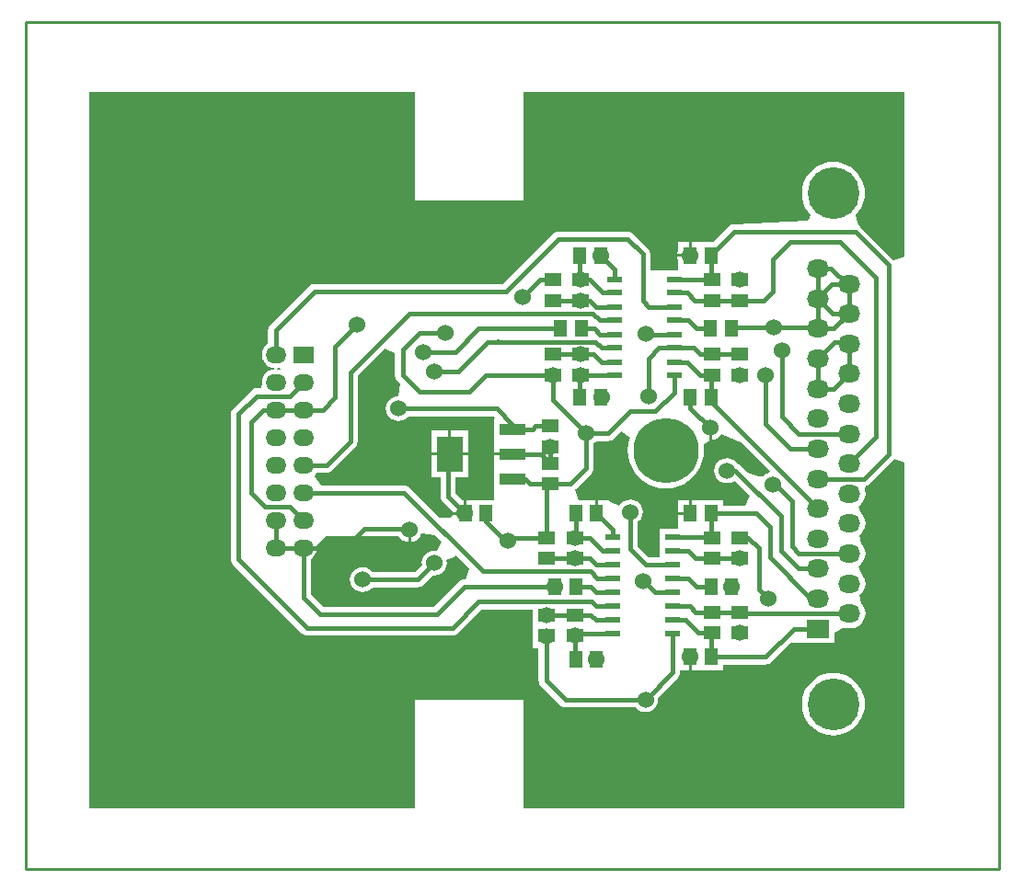
<source format=gtl>
%FSLAX44Y44*%
%MOMM*%
G71*
G01*
G75*
G04 Layer_Physical_Order=1*
G04 Layer_Color=255*
%ADD10R,1.5000X1.3000*%
%ADD11R,1.3000X1.5000*%
%ADD12R,1.4300X0.5512*%
%ADD13R,2.4000X3.3000*%
%ADD14R,2.4000X1.0000*%
%ADD15C,0.3810*%
%ADD16C,0.2540*%
%ADD17R,1.9050X1.5240*%
%ADD18O,1.9050X1.5240*%
%ADD19O,2.0320X1.6900*%
%ADD20R,2.0320X1.6900*%
%ADD21C,4.7600*%
%ADD22C,6.0000*%
%ADD23C,1.5240*%
G36*
X1757070Y339239D02*
X1758339Y339072D01*
X1752086Y335492D01*
X1752086D01*
X1752086Y335492D01*
X1752518Y330000D01*
X1752086Y324508D01*
X1750800Y319151D01*
X1748692Y314061D01*
X1745813Y309364D01*
X1742235Y305175D01*
X1738046Y301597D01*
X1733349Y298718D01*
X1728259Y296610D01*
X1722902Y295324D01*
X1717410Y294892D01*
X1711918Y295324D01*
X1706561Y296610D01*
X1701471Y298718D01*
X1696774Y301597D01*
X1692585Y305175D01*
X1689007Y309364D01*
X1686128Y314061D01*
X1684020Y319151D01*
X1682734Y324508D01*
X1682302Y330000D01*
X1682734Y335492D01*
X1684020Y340849D01*
X1684396Y341756D01*
X1676081Y347312D01*
X1669285Y340515D01*
X1667842Y339408D01*
X1666163Y338713D01*
X1664360Y338475D01*
X1653002D01*
X1652135Y337345D01*
X1651005Y336478D01*
Y313690D01*
X1651005Y313690D01*
X1651005D01*
X1650767Y311887D01*
X1650072Y310208D01*
X1648965Y308765D01*
X1634385Y294185D01*
X1633817Y293749D01*
X1637031Y284280D01*
X1652270D01*
Y271777D01*
X1654810D01*
Y284280D01*
X1665040D01*
Y282803D01*
X1674766Y278774D01*
X1676585Y281145D01*
X1678956Y282964D01*
X1681717Y284108D01*
X1684680Y284498D01*
X1687643Y284108D01*
X1690404Y282964D01*
X1692775Y281145D01*
X1694594Y278774D01*
X1695738Y276013D01*
X1696128Y273050D01*
X1695738Y270087D01*
X1694594Y267326D01*
X1692775Y264955D01*
X1691645Y264088D01*
Y241645D01*
X1701688Y231602D01*
X1711526D01*
Y242281D01*
Y257793D01*
X1728450D01*
Y259280D01*
X1728450D01*
Y270510D01*
X1739953D01*
Y271777D01*
X1741220D01*
Y284280D01*
X1770450D01*
Y278745D01*
X1790690D01*
X1794517Y287983D01*
X1780413Y302087D01*
X1779304Y301236D01*
X1776543Y300092D01*
X1773580Y299702D01*
X1770617Y300092D01*
X1767856Y301236D01*
X1765485Y303055D01*
X1763666Y305426D01*
X1762522Y308187D01*
X1762132Y311150D01*
X1762522Y314113D01*
X1763666Y316874D01*
X1765485Y319245D01*
X1767856Y321064D01*
X1770617Y322208D01*
X1773580Y322598D01*
X1776543Y322208D01*
X1779304Y321064D01*
X1781675Y319245D01*
X1782693Y317918D01*
X1783003Y317877D01*
X1783495Y317673D01*
X1784682Y317181D01*
X1786125Y316075D01*
X1792686Y309513D01*
X1802123Y305604D01*
X1806914Y305918D01*
X1807395Y306545D01*
X1809766Y308364D01*
X1812527Y309508D01*
X1812980Y310841D01*
X1786640Y337180D01*
X1768254Y344796D01*
X1766435Y342425D01*
X1764064Y340606D01*
X1761303Y339462D01*
X1759610Y339239D01*
Y350522D01*
X1757070D01*
Y339239D01*
D02*
G37*
G36*
X1480210Y245259D02*
X1478517Y245482D01*
X1475756Y246626D01*
X1473385Y248445D01*
X1471566Y250816D01*
X1471554Y250845D01*
X1404355D01*
X1395977Y242467D01*
X1396131Y241300D01*
X1383687D01*
Y238760D01*
X1396131D01*
X1395868Y236767D01*
X1394609Y233726D01*
X1392605Y231115D01*
X1390655Y229618D01*
Y197195D01*
X1401815Y186035D01*
X1503995D01*
X1527355Y209395D01*
X1528798Y210501D01*
X1530477Y211197D01*
X1532280Y211435D01*
X1532880D01*
X1536707Y220673D01*
X1524562Y232819D01*
X1522107Y231802D01*
X1515463Y228526D01*
X1515788Y226060D01*
X1515398Y223097D01*
X1514254Y220336D01*
X1512435Y217965D01*
X1510064Y216146D01*
X1507303Y215002D01*
X1504340Y214612D01*
X1502927Y214798D01*
X1494025Y205895D01*
X1494025D01*
X1494025Y205895D01*
X1494025Y205895D01*
Y205895D01*
X1492582Y204788D01*
X1490903Y204093D01*
X1489100Y203855D01*
X1447262D01*
X1446395Y202725D01*
X1444024Y200906D01*
X1441263Y199762D01*
X1438300Y199372D01*
X1435337Y199762D01*
X1432576Y200906D01*
X1430205Y202725D01*
X1428386Y205096D01*
X1427242Y207857D01*
X1426852Y210820D01*
X1427242Y213783D01*
X1428386Y216544D01*
X1430205Y218915D01*
X1432576Y220734D01*
X1435337Y221878D01*
X1438300Y222268D01*
X1441263Y221878D01*
X1444024Y220734D01*
X1446395Y218915D01*
X1447262Y217785D01*
X1486215D01*
X1493078Y224647D01*
X1492892Y226060D01*
X1493282Y229023D01*
X1494426Y231784D01*
X1496245Y234155D01*
X1498616Y235974D01*
X1501377Y237118D01*
X1504340Y237508D01*
X1506806Y237183D01*
X1510082Y243827D01*
X1511099Y246282D01*
X1505511Y251869D01*
X1493506Y253450D01*
X1492393Y253228D01*
X1491394Y250816D01*
X1489575Y248445D01*
X1487204Y246626D01*
X1484443Y245482D01*
X1482750Y245259D01*
Y256542D01*
X1480210D01*
Y245259D01*
D02*
G37*
G36*
X1433835Y398435D02*
Y337820D01*
X1433835Y337820D01*
X1433835D01*
X1433597Y336017D01*
X1432901Y334338D01*
X1431795Y332895D01*
X1410205Y311305D01*
X1408762Y310198D01*
X1407083Y309503D01*
X1405280Y309265D01*
X1405280Y309265D01*
X1395753D01*
X1394618Y305923D01*
X1400443Y297795D01*
X1476400D01*
X1478203Y297557D01*
X1479882Y296861D01*
X1481325Y295755D01*
X1508788Y268291D01*
X1519082Y268291D01*
X1521157Y269314D01*
X1520999Y270510D01*
X1532283D01*
Y271777D01*
X1534210D01*
Y284280D01*
X1559520D01*
Y293390D01*
X1559520D01*
Y313390D01*
D01*
Y313390D01*
X1559520Y313390D01*
Y316390D01*
X1559520D01*
Y325120D01*
X1576523D01*
Y327660D01*
X1559520D01*
Y336390D01*
D01*
Y336390D01*
X1559520Y336390D01*
Y339390D01*
X1559520D01*
Y359390D01*
X1559520Y359390D01*
X1559520D01*
X1559822Y360119D01*
X1558605Y361335D01*
X1480282D01*
X1479415Y360205D01*
X1477044Y358386D01*
X1474283Y357242D01*
X1471320Y356852D01*
X1468357Y357242D01*
X1465596Y358386D01*
X1463225Y360205D01*
X1461406Y362576D01*
X1460262Y365337D01*
X1459872Y368300D01*
X1460262Y371263D01*
X1461406Y374024D01*
X1463225Y376395D01*
X1465596Y378214D01*
X1468357Y379358D01*
X1471320Y379748D01*
X1472832Y391229D01*
X1470205Y393855D01*
X1469099Y395298D01*
X1468403Y396977D01*
X1468165Y398780D01*
X1468165Y398780D01*
X1468165Y398780D01*
Y398780D01*
Y419700D01*
X1458927Y423527D01*
X1433835Y398435D01*
D02*
G37*
G36*
X1186709Y255D02*
X1486709D01*
Y100254D01*
X1586710D01*
Y255D01*
X1936709D01*
Y318440D01*
X1927240Y321655D01*
X1927095Y321465D01*
X1904565Y298935D01*
X1903122Y297829D01*
X1901443Y297133D01*
D01*
X1900634Y293566D01*
X1901096Y290055D01*
X1900634Y286544D01*
X1899279Y283272D01*
X1897123Y280462D01*
X1894313Y278307D01*
X1894313Y278307D01*
D01*
X1897123Y272038D01*
X1897123Y272038D01*
X1897123D01*
X1899279Y269228D01*
X1900634Y265956D01*
X1901096Y262445D01*
X1900634Y258934D01*
X1899279Y255662D01*
X1897123Y252852D01*
X1895511Y251616D01*
D01*
X1895511D01*
X1895511Y251616D01*
X1895511D01*
X1895511D01*
Y251615D01*
X1897123Y244428D01*
X1899279Y241618D01*
X1900634Y238346D01*
X1901096Y234835D01*
X1900634Y231324D01*
X1899279Y228052D01*
X1897123Y225242D01*
X1894313Y223086D01*
X1894313Y223086D01*
D01*
X1897123Y216818D01*
X1897123Y216818D01*
X1897123D01*
X1899279Y214008D01*
X1900634Y210736D01*
X1901096Y207225D01*
X1900634Y203714D01*
X1899279Y200442D01*
X1897123Y197633D01*
X1895510Y196395D01*
D01*
X1895510D01*
X1895510Y196395D01*
D01*
D01*
Y196395D01*
X1897123Y189207D01*
X1899279Y186398D01*
X1900634Y183126D01*
X1901096Y179615D01*
X1900634Y176104D01*
X1899279Y172832D01*
X1897123Y170022D01*
X1894313Y167866D01*
X1891041Y166511D01*
X1887530Y166049D01*
X1884110D01*
X1880599Y166511D01*
X1880599Y166511D01*
X1880599D01*
X1872580Y161680D01*
D01*
Y152360D01*
X1842260D01*
Y152360D01*
X1831649Y152360D01*
X1814065Y134775D01*
X1812622Y133668D01*
X1811435Y133176D01*
X1810943Y132973D01*
X1809140Y132735D01*
X1770450D01*
Y127200D01*
X1741220D01*
Y139703D01*
X1738680D01*
Y127200D01*
X1730641D01*
Y125356D01*
X1730403Y123554D01*
X1729708Y121874D01*
X1728601Y120431D01*
X1709912Y101743D01*
X1710098Y100330D01*
X1709708Y97367D01*
X1708564Y94606D01*
X1706745Y92235D01*
X1704374Y90416D01*
X1701613Y89272D01*
X1698650Y88882D01*
X1695687Y89272D01*
X1692926Y90416D01*
X1690555Y92235D01*
X1689688Y93365D01*
X1624990D01*
X1623187Y93603D01*
X1621508Y94298D01*
X1620065Y95405D01*
X1620065Y95405D01*
X1620065Y95405D01*
X1602285Y113185D01*
X1602285Y113185D01*
X1602285Y113185D01*
X1601178Y114628D01*
X1600686Y115815D01*
X1600483Y116307D01*
X1600245Y118110D01*
X1600245Y118110D01*
X1600245Y118110D01*
Y118110D01*
Y147910D01*
X1594710D01*
Y166910D01*
Y183535D01*
X1547865D01*
X1525775Y161445D01*
X1524332Y160338D01*
X1522653Y159643D01*
X1520850Y159405D01*
X1387500D01*
X1385697Y159643D01*
X1384018Y160338D01*
X1382575Y161445D01*
X1319075Y224945D01*
X1317968Y226388D01*
X1317273Y228067D01*
X1317035Y229870D01*
X1317035Y229870D01*
X1317035Y229870D01*
Y229870D01*
Y363220D01*
X1317273Y365023D01*
X1317968Y366702D01*
X1319075Y368145D01*
X1336340Y385410D01*
X1337783Y386516D01*
X1339462Y387212D01*
X1341265Y387450D01*
X1344964D01*
X1345682Y392430D01*
X1345682Y392430D01*
X1345682D01*
D01*
D01*
D01*
X1346112Y395693D01*
X1347371Y398734D01*
X1349375Y401345D01*
X1351986Y403349D01*
X1355027Y404608D01*
X1358290Y405038D01*
X1361553Y404608D01*
X1362875Y404061D01*
X1361756Y405736D01*
X1361553Y405652D01*
X1358290Y405222D01*
X1355027Y405652D01*
X1351986Y406911D01*
X1349375Y408915D01*
X1347371Y411526D01*
X1346112Y414567D01*
X1345682Y417830D01*
X1346112Y421093D01*
X1347371Y424134D01*
X1349375Y426745D01*
X1351325Y428242D01*
Y440690D01*
X1351563Y442493D01*
X1352258Y444172D01*
X1353365Y445615D01*
X1388925Y481175D01*
X1390368Y482281D01*
X1392047Y482977D01*
X1393850Y483215D01*
X1567495D01*
X1613715Y529435D01*
X1615158Y530541D01*
X1616837Y531237D01*
X1618640Y531475D01*
X1682140D01*
X1683943Y531237D01*
X1684435Y531034D01*
X1685622Y530541D01*
X1687065Y529435D01*
X1701035Y515465D01*
X1702142Y514022D01*
X1702837Y512343D01*
X1703075Y510540D01*
Y495283D01*
X1712796D01*
Y495283D01*
X1728450D01*
Y496770D01*
X1728450D01*
Y505782D01*
X1728232Y506307D01*
X1728009Y508000D01*
X1739292D01*
Y509268D01*
X1741220D01*
Y521770D01*
X1760991D01*
X1775005Y535785D01*
X1775005D01*
X1775005Y535785D01*
X1776448Y536892D01*
X1776448D01*
X1776448Y536892D01*
X1778127Y537587D01*
X1778127D01*
X1779930Y537825D01*
D01*
D01*
D01*
X1779930D01*
X1779930Y537825D01*
D01*
D01*
D01*
D01*
X1846862Y541233D01*
X1849468Y544284D01*
X1850677Y546906D01*
X1848248Y549750D01*
X1845880Y553615D01*
X1844145Y557803D01*
X1843087Y562211D01*
X1842731Y566730D01*
X1843087Y571250D01*
X1844145Y575657D01*
X1845880Y579846D01*
X1848248Y583711D01*
X1851192Y587158D01*
X1854639Y590102D01*
X1858505Y592471D01*
X1862693Y594205D01*
X1867101Y595264D01*
X1871620Y595619D01*
X1876139Y595264D01*
X1880547Y594205D01*
X1884735Y592471D01*
X1888600Y590102D01*
X1892048Y587158D01*
X1894992Y583711D01*
X1897360Y579846D01*
X1899095Y575657D01*
X1900153Y571250D01*
X1900509Y566730D01*
X1900153Y562211D01*
X1899095Y557803D01*
X1897360Y553615D01*
X1894992Y549750D01*
X1892451Y546775D01*
X1894786Y537052D01*
X1895172Y536892D01*
X1896615Y535785D01*
X1927095Y505305D01*
X1927240Y505115D01*
X1936709Y508330D01*
Y660255D01*
X1586709D01*
Y660255D01*
Y560254D01*
X1486709D01*
Y660255D01*
X1186709D01*
Y255D01*
D02*
G37*
%LPC*%
G36*
X1728450Y284280D02*
X1738680D01*
Y273050D01*
X1728450D01*
Y284280D01*
D02*
G37*
G36*
X1871620Y125099D02*
X1876139Y124743D01*
X1880547Y123685D01*
X1884735Y121950D01*
X1888600Y119582D01*
X1892048Y116638D01*
X1894992Y113190D01*
X1897360Y109325D01*
X1899095Y105137D01*
X1900153Y100729D01*
X1900509Y96210D01*
X1900153Y91691D01*
X1899095Y87283D01*
X1897360Y83095D01*
X1894992Y79229D01*
X1892048Y75782D01*
X1888600Y72838D01*
X1884735Y70470D01*
X1880547Y68735D01*
X1876139Y67677D01*
X1871620Y67321D01*
X1867101Y67677D01*
X1862693Y68735D01*
X1858505Y70470D01*
X1854639Y72838D01*
X1851192Y75782D01*
X1848248Y79229D01*
X1845880Y83095D01*
X1844145Y87283D01*
X1843087Y91691D01*
X1842731Y96210D01*
X1843087Y100729D01*
X1844145Y105137D01*
X1845880Y109325D01*
X1848248Y113190D01*
X1851192Y116638D01*
X1854639Y119582D01*
X1858505Y121950D01*
X1862693Y123685D01*
X1867101Y124743D01*
X1871620Y125099D01*
D02*
G37*
G36*
X1501520Y325120D02*
X1535520D01*
Y304890D01*
X1524005D01*
Y290565D01*
X1530289Y284280D01*
X1531670D01*
Y273050D01*
X1520999D01*
X1521095Y273776D01*
X1512115Y282755D01*
X1511008Y284198D01*
X1510313Y285877D01*
X1510075Y287680D01*
Y304890D01*
X1501520D01*
Y325120D01*
D02*
G37*
G36*
X1728450Y521770D02*
X1738680D01*
Y510540D01*
X1728009D01*
X1728232Y512233D01*
X1728450Y512758D01*
Y521770D01*
D02*
G37*
G36*
X1501520Y347890D02*
X1517250D01*
Y327660D01*
X1501520D01*
Y347890D01*
D02*
G37*
G36*
X1519790D02*
X1535520D01*
Y327660D01*
X1519790D01*
Y347890D01*
D02*
G37*
%LPD*%
D10*
X1613560Y399440D02*
D03*
Y418440D02*
D03*
X1785010Y399440D02*
D03*
Y418440D02*
D03*
X1759610Y487020D02*
D03*
Y468020D02*
D03*
X1638570Y399440D02*
D03*
Y418440D02*
D03*
X1759610D02*
D03*
Y399440D02*
D03*
X1613560Y487020D02*
D03*
Y468020D02*
D03*
X1638570D02*
D03*
Y487020D02*
D03*
X1759610Y161950D02*
D03*
Y180950D02*
D03*
X1607210Y178410D02*
D03*
Y159410D02*
D03*
X1633880Y249530D02*
D03*
Y230530D02*
D03*
X1607210Y230530D02*
D03*
Y249530D02*
D03*
X1759610Y230530D02*
D03*
Y249530D02*
D03*
X1633880Y178410D02*
D03*
Y159410D02*
D03*
X1785010Y468020D02*
D03*
Y487020D02*
D03*
Y180950D02*
D03*
Y161950D02*
D03*
Y230530D02*
D03*
Y249530D02*
D03*
X1611020Y299110D02*
D03*
Y318110D02*
D03*
Y352400D02*
D03*
Y333400D02*
D03*
D11*
X1639570Y441960D02*
D03*
X1620570D02*
D03*
X1777610D02*
D03*
X1758610D02*
D03*
X1739950Y271780D02*
D03*
X1758950D02*
D03*
X1657350Y509270D02*
D03*
X1638350D02*
D03*
X1634490Y204470D02*
D03*
X1615490D02*
D03*
X1739950Y509270D02*
D03*
X1758950D02*
D03*
X1657350Y378460D02*
D03*
X1638350D02*
D03*
X1739950Y139700D02*
D03*
X1758950D02*
D03*
X1653540Y271780D02*
D03*
X1634540D02*
D03*
X1758950Y378460D02*
D03*
X1739950D02*
D03*
X1634540Y137160D02*
D03*
X1653540D02*
D03*
X1759000Y204470D02*
D03*
X1778000D02*
D03*
X1532940Y271780D02*
D03*
X1551940D02*
D03*
D12*
X1669930Y398729D02*
D03*
Y411327D02*
D03*
Y424129D02*
D03*
Y436727D02*
D03*
Y449529D02*
D03*
Y462127D02*
D03*
Y474929D02*
D03*
Y487527D02*
D03*
X1724946D02*
D03*
Y474929D02*
D03*
Y462127D02*
D03*
Y449529D02*
D03*
Y436727D02*
D03*
Y424129D02*
D03*
Y411327D02*
D03*
Y398729D02*
D03*
X1723676Y161239D02*
D03*
Y173837D02*
D03*
Y186639D02*
D03*
Y199237D02*
D03*
Y212039D02*
D03*
Y224637D02*
D03*
Y237439D02*
D03*
Y250037D02*
D03*
X1668660D02*
D03*
Y237439D02*
D03*
Y224637D02*
D03*
Y212039D02*
D03*
Y199237D02*
D03*
Y186639D02*
D03*
Y173837D02*
D03*
Y161239D02*
D03*
D13*
X1518520Y326390D02*
D03*
D14*
X1576520Y303390D02*
D03*
Y326390D02*
D03*
Y349390D02*
D03*
D15*
X1669930Y474929D02*
X1659331D01*
X1638570Y468020D02*
X1613560D01*
X1669930Y436727D02*
X1656893D01*
X1669930Y411327D02*
X1658163D01*
X1651050Y418440D01*
X1638570D01*
X1613560D01*
X1669930Y398729D02*
X1639281D01*
X1638570Y399440D01*
X1638350Y399220D01*
Y378460D02*
Y399220D01*
X1638570Y487020D02*
X1638350Y487240D01*
X1759610Y468020D02*
X1743710D01*
X1736801Y474929D01*
X1724946D01*
X1738071Y449529D02*
X1724946D01*
X1745640Y441960D02*
X1738071Y449529D01*
X1758610Y441960D02*
X1745640D01*
X1759610Y418440D02*
X1748840D01*
X1743151Y424129D01*
X1724946D01*
X1759610Y399440D02*
X1748790D01*
X1736903Y411327D01*
X1724946D01*
X1758950Y378460D02*
Y398780D01*
X1759610Y399440D02*
X1758950Y398780D01*
X1785010Y418440D02*
X1759610D01*
X1758950Y487680D02*
Y509270D01*
X1759610Y487020D02*
X1758950Y487680D01*
X1785010Y468020D02*
X1759610D01*
X1758950Y250190D02*
Y271780D01*
X1759103Y250037D02*
X1723676D01*
X1759610Y249530D02*
X1759103Y250037D01*
X1738071Y237439D02*
X1723676D01*
X1744980Y230530D02*
X1738071Y237439D01*
X1785010Y230530D02*
X1759610D01*
X1744980D01*
X1668660Y237439D02*
X1659331D01*
X1647240Y249530D01*
X1633880D01*
X1634540Y250190D02*
Y271780D01*
Y250190D02*
X1633880Y249530D01*
X1668660Y224637D02*
X1653083D01*
X1647190Y230530D01*
X1607210D02*
X1607210Y230530D01*
X1647190Y230530D02*
X1633880D01*
X1607210D01*
X1668660Y199237D02*
X1653083D01*
X1647850Y204470D01*
X1634490D01*
X1668660Y173837D02*
X1653083D01*
X1648510Y178410D01*
X1607210D02*
X1607210Y178410D01*
X1648510Y178410D02*
X1633880D01*
X1607210D01*
X1668660Y161239D02*
X1635709D01*
X1633880Y159410D01*
Y137820D02*
Y159410D01*
X1739341Y186639D02*
X1723676D01*
X1745030Y180950D02*
X1739341Y186639D01*
X1759610Y180950D02*
X1745030D01*
X1735633Y173837D02*
X1723676D01*
X1747520Y161950D02*
X1735633Y173837D01*
X1759610Y161950D02*
X1747520D01*
X1759610D02*
X1758950Y161290D01*
Y139700D02*
Y161290D01*
X1738071Y212039D02*
X1723676D01*
X1745640Y204470D02*
X1738071Y212039D01*
X1759000Y204470D02*
X1745640D01*
X1787550Y159410D02*
X1785010Y161950D01*
X1723676Y199237D02*
X1707387D01*
X1885820Y179615D02*
X1786345D01*
X1785010Y180950D01*
X1857420Y165810D02*
X1835250D01*
X1809140Y139700D01*
X1758950D01*
X1885820Y345275D02*
X1839785D01*
X1637910Y467360D02*
X1637690D01*
X1857420Y331470D02*
X1832000D01*
X1809140Y354330D01*
Y398780D01*
X1910740Y342585D02*
X1885820Y317665D01*
X1910740Y342585D02*
Y488950D01*
X1877720Y521970D01*
X1832000D01*
X1815490Y505460D01*
Y476250D02*
Y505460D01*
Y476250D02*
X1807260Y468020D01*
X1785010D01*
X1899640Y303860D02*
X1857420D01*
X1922170Y326390D02*
X1899640Y303860D01*
X1922170Y326390D02*
Y500380D01*
X1891690Y530860D01*
X1779930D01*
X1758950Y509880D01*
Y509270D02*
Y509880D01*
Y374720D02*
Y378460D01*
X1857420Y276250D02*
X1758950Y374720D01*
X1885820Y455715D02*
Y483325D01*
Y455715D02*
X1872015Y441910D01*
X1857420D01*
X1869540Y497130D02*
X1857420D01*
X1884070Y482600D02*
X1869540Y497130D01*
X1870500Y482600D02*
X1857420Y469520D01*
X1871225Y455715D02*
X1857420Y469520D01*
X1885820Y455715D02*
X1871225D01*
X1884070Y482600D02*
X1870500D01*
X1885820Y400495D02*
Y428105D01*
Y400495D02*
X1872015Y386690D01*
X1857420D01*
Y414300D01*
X1872379Y429260D02*
X1857420Y414300D01*
X1885340Y429260D02*
X1872379D01*
X1609750Y332740D02*
X1603400Y326390D01*
X1602740D01*
X1611020Y318110D02*
Y333400D01*
Y318110D02*
X1602740Y326390D01*
X1576520D01*
X1611020Y352400D02*
X1597660D01*
X1594650Y349390D01*
X1576520D01*
X1588300Y303390D02*
X1576520D01*
X1592580Y299110D02*
X1588300Y303390D01*
X1611020Y299110D02*
X1592580D01*
X1563275Y430015D02*
X1562760Y430530D01*
X1707387Y199237D02*
X1697074Y209550D01*
X1696110D01*
X1723676Y224637D02*
X1698803D01*
X1684680Y238760D01*
Y273050D01*
X1481480Y455930D02*
X1426870Y401320D01*
Y337820D02*
Y401320D01*
Y337820D02*
X1405280Y316230D01*
X1383690D01*
X1358290Y240030D02*
Y265430D01*
X1383690Y367030D02*
X1358290D01*
X1561490Y368300D02*
X1471320D01*
X1576520Y353270D02*
X1561490Y368300D01*
X1576520Y349390D02*
Y353270D01*
X1611020Y299110D02*
X1607210Y295300D01*
Y249530D02*
Y295300D01*
Y249530D02*
X1574800D01*
X1668660Y212039D02*
X1654251D01*
X1647850Y218440D01*
X1504340Y226060D02*
X1489100Y210820D01*
X1438300D01*
X1624990Y100330D02*
X1607210Y118110D01*
X1698650Y100330D02*
X1624990D01*
X1723676Y125356D02*
X1698650Y100330D01*
X1723676Y125356D02*
Y161239D01*
X1607210Y118110D02*
Y158750D01*
Y159410D01*
X1885820Y234835D02*
X1839735D01*
X1833270Y241300D01*
Y283210D01*
X1818030Y298450D01*
X1857420Y221030D02*
X1839570D01*
X1823110Y237490D01*
Y269240D01*
X1781200Y311150D01*
X1773580D01*
X1857420Y193420D02*
X1850670D01*
X1812950Y231140D01*
Y259080D01*
X1800250Y271780D01*
X1758950D01*
X1793290Y249530D02*
X1785010D01*
X1802790Y240030D02*
X1793290Y249530D01*
X1811680Y193040D02*
X1802790Y201930D01*
Y240030D01*
X1629460Y299110D02*
X1611020D01*
X1644040Y313690D02*
X1629460Y299110D01*
X1644040Y313690D02*
Y345440D01*
X1613560Y487020D02*
X1601470D01*
X1585620Y471170D01*
X1724946Y383166D02*
Y398729D01*
X1668660Y250037D02*
Y256660D01*
X1653540Y271780D01*
X1551990Y399440D02*
X1536090Y383540D01*
X1490370D01*
X1475130Y398780D01*
Y422910D01*
X1490370Y438150D02*
X1475130Y422910D01*
X1514500Y438150D02*
X1490370D01*
X1613560Y399440D02*
X1551990D01*
X1785010Y180950D02*
X1759610D01*
X1778000Y204470D02*
X1777997Y204468D01*
X1517040Y287680D02*
Y324910D01*
X1518520Y326390D02*
X1517040Y324910D01*
X1615490Y204470D02*
X1532280D01*
X1506880Y179070D01*
X1398930D01*
X1383690Y194310D01*
Y240030D01*
X1476400Y290830D02*
X1383690D01*
X1647850Y218440D02*
X1548790D01*
X1476400Y290830D01*
X1532610Y272110D02*
X1517040Y287680D01*
X1532940Y271780D02*
X1532280D01*
X1551940Y264820D02*
Y271780D01*
X1574800Y249530D02*
X1567230D01*
X1551940Y264820D01*
X1383690Y265430D02*
X1370990Y278130D01*
X1348130D01*
X1335430Y290830D01*
Y355600D01*
X1346860Y367030D02*
X1335430Y355600D01*
X1358290Y367030D02*
X1346860D01*
X1433220Y445770D02*
X1412900Y425450D01*
Y378460D02*
Y425450D01*
Y378460D02*
X1401470Y367030D01*
X1383690D01*
X1570380Y476250D02*
X1393850D01*
X1358290Y440690D01*
Y417830D02*
Y440690D01*
X1759103Y487527D02*
X1724946D01*
X1644040Y345440D02*
X1613560Y375920D01*
Y399440D01*
X1618640Y524510D02*
X1570380Y476250D01*
X1656893Y436727D02*
X1651660Y441960D01*
X1639570D01*
X1669930Y462127D02*
X1653083D01*
X1647190Y468020D01*
X1638570D01*
X1669930Y449529D02*
X1656701D01*
X1650300Y455930D01*
X1481480D01*
X1669930Y424129D02*
X1658061D01*
X1652175Y430015D01*
X1563275D01*
X1638350Y487240D02*
Y509270D01*
X1659331Y474929D02*
X1647240Y487020D01*
X1638570D01*
X1669930Y487527D02*
Y496690D01*
X1657350Y509270D01*
X1724946Y383166D02*
X1707540Y365760D01*
X1724946Y436727D02*
X1698803D01*
X1698650Y436880D01*
X1724946Y424129D02*
X1711299D01*
X1701190Y414020D01*
Y379730D02*
Y414020D01*
X1724946Y462127D02*
X1701343D01*
X1696110Y510540D02*
X1682140Y524510D01*
X1618640D01*
X1701343Y462127D02*
X1696110Y467360D01*
Y510540D01*
X1664360Y345440D02*
X1644040D01*
X1707540Y365760D02*
X1684680D01*
X1664360Y345440D01*
X1525930Y402590D02*
X1504340D01*
X1563275Y430015D02*
X1553355D01*
X1525930Y402590D01*
X1620570Y441960D02*
X1544980D01*
X1523390Y420370D01*
X1494180D01*
X1739950Y509270D02*
X1739290D01*
X1739950Y368910D02*
Y378460D01*
X1758340Y350520D02*
X1739950Y368910D01*
X1778880Y443230D02*
X1777610Y441960D01*
X1816760Y443230D02*
X1778880D01*
X1856100D02*
X1816760D01*
X1857420Y441910D02*
X1856100Y443230D01*
X1857420Y441910D02*
Y469520D01*
Y497130D01*
X1824380Y360680D02*
Y421640D01*
X1839785Y345275D02*
X1824380Y360680D01*
X1383690Y392430D02*
X1370990Y379730D01*
X1340510D01*
X1324000Y363220D01*
Y229870D02*
Y363220D01*
X1387500Y166370D02*
X1324000Y229870D01*
X1520850Y166370D02*
X1387500D01*
X1544980Y190500D02*
X1520850Y166370D01*
X1649120Y190500D02*
X1544980D01*
X1652981Y186639D02*
X1649120Y190500D01*
X1668660Y186639D02*
X1652981D01*
X1481480Y256540D02*
X1480210Y257810D01*
X1439570D01*
X1421790Y240030D01*
X1358290D01*
D16*
X2023770Y723900D02*
X1128420D01*
Y-55880D02*
Y723900D01*
X2023770Y-55880D02*
X1128420D01*
X2023770D02*
Y723900D01*
D17*
X1383690Y417830D02*
D03*
D18*
X1358290D02*
D03*
X1383690Y392430D02*
D03*
X1358290D02*
D03*
X1383690Y367030D02*
D03*
X1358290D02*
D03*
X1383690Y341630D02*
D03*
X1358290D02*
D03*
X1383690Y316230D02*
D03*
X1358290D02*
D03*
X1383690Y290830D02*
D03*
X1358290D02*
D03*
X1383690Y265430D02*
D03*
X1358290D02*
D03*
X1383690Y240030D02*
D03*
X1358290D02*
D03*
D19*
X1857420Y497130D02*
D03*
X1885820Y483325D02*
D03*
X1857420Y469520D02*
D03*
X1885820Y455715D02*
D03*
X1857420Y441910D02*
D03*
X1885820Y428105D02*
D03*
X1857420Y414300D02*
D03*
X1885820Y400495D02*
D03*
X1857420Y386690D02*
D03*
X1885820Y372885D02*
D03*
X1857420Y359080D02*
D03*
X1885820Y345275D02*
D03*
X1857420Y331470D02*
D03*
X1885820Y317665D02*
D03*
X1857420Y303860D02*
D03*
X1885820Y290055D02*
D03*
X1857420Y276250D02*
D03*
X1885820Y262445D02*
D03*
X1857420Y248640D02*
D03*
X1885820Y234835D02*
D03*
X1857420Y221030D02*
D03*
X1885820Y207225D02*
D03*
X1857420Y193420D02*
D03*
X1885820Y179615D02*
D03*
D20*
X1857420Y165810D02*
D03*
D21*
X1871620Y96210D02*
D03*
Y566730D02*
D03*
D22*
X1717410Y330000D02*
D03*
D23*
X1611020Y333400D02*
D03*
X1615490Y204470D02*
D03*
X1607210Y178410D02*
D03*
X1633880Y159410D02*
D03*
X1815490Y298450D02*
D03*
X1633880Y230530D02*
D03*
X1773580Y311150D02*
D03*
X1633880Y249530D02*
D03*
X1785010Y230530D02*
D03*
X1638570Y418440D02*
D03*
X1809140Y398780D02*
D03*
X1701190Y379730D02*
D03*
X1696110Y209550D02*
D03*
X1684680Y273050D02*
D03*
X1504340Y402590D02*
D03*
X1471320Y368300D02*
D03*
X1571650Y246380D02*
D03*
X1504340Y226060D02*
D03*
X1438300Y210820D02*
D03*
X1607210Y158750D02*
D03*
X1785010Y161950D02*
D03*
X1698650Y100330D02*
D03*
X1811680Y193040D02*
D03*
X1613560Y399440D02*
D03*
X1785010D02*
D03*
Y487020D02*
D03*
X1585620Y471170D02*
D03*
X1514500Y438150D02*
D03*
X1777997Y204468D02*
D03*
X1481480Y256540D02*
D03*
X1532280Y271780D02*
D03*
X1433220Y445770D02*
D03*
X1644040Y345440D02*
D03*
X1638570Y468020D02*
D03*
Y486800D02*
D03*
Y399440D02*
D03*
X1698650Y436880D02*
D03*
X1658010Y378460D02*
D03*
X1494180Y420370D02*
D03*
X1739290Y509270D02*
D03*
X1657350D02*
D03*
X1758340Y350520D02*
D03*
X1739950Y139700D02*
D03*
X1653540Y137160D02*
D03*
X1816760Y443230D02*
D03*
X1824380Y421640D02*
D03*
M02*

</source>
